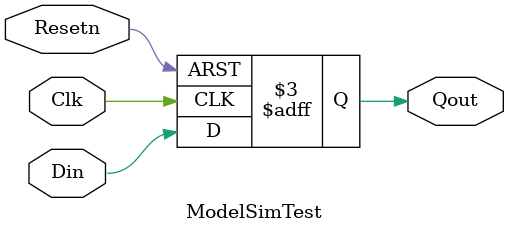
<source format=v>
module ModelSimTest (Din, Clk, Resetn, Qout);
input Din;
input Clk;
input Resetn;
output Qout;
reg Qout;
always @ (posedge Clk or negedge Resetn)
begin 
	if (!Resetn)
		Qout = 1'b0;
	else
		Qout = Din;
end
endmodule



</source>
